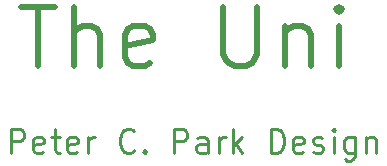
<source format=gto>
G04 #@! TF.GenerationSoftware,KiCad,Pcbnew,(5.99.0-10014-g15e640b5fe)*
G04 #@! TF.CreationDate,2021-03-28T13:55:16-07:00*
G04 #@! TF.ProjectId,unisplit_orthosteno,756e6973-706c-4697-945f-6f7274686f73,rev?*
G04 #@! TF.SameCoordinates,Original*
G04 #@! TF.FileFunction,Legend,Top*
G04 #@! TF.FilePolarity,Positive*
%FSLAX46Y46*%
G04 Gerber Fmt 4.6, Leading zero omitted, Abs format (unit mm)*
G04 Created by KiCad (PCBNEW (5.99.0-10014-g15e640b5fe)) date 2021-03-28 13:55:16*
%MOMM*%
%LPD*%
G01*
G04 APERTURE LIST*
G04 Aperture macros list*
%AMHorizOval*
0 Thick line with rounded ends*
0 $1 width*
0 $2 $3 position (X,Y) of the first rounded end (center of the circle)*
0 $4 $5 position (X,Y) of the second rounded end (center of the circle)*
0 Add line between two ends*
20,1,$1,$2,$3,$4,$5,0*
0 Add two circle primitives to create the rounded ends*
1,1,$1,$2,$3*
1,1,$1,$4,$5*%
G04 Aperture macros list end*
%ADD10C,0.250000*%
%ADD11C,0.500000*%
%ADD12C,1.700000*%
%ADD13C,1.750000*%
%ADD14C,1.200000*%
%ADD15C,3.987800*%
%ADD16HorizOval,2.250000X0.019771X0.290016X-0.019771X-0.290016X0*%
%ADD17C,2.000000*%
%ADD18C,2.250000*%
%ADD19HorizOval,2.250000X0.654995X0.730004X-0.654995X-0.730004X0*%
%ADD20C,2.200000*%
%ADD21C,0.750000*%
%ADD22O,1.100000X2.200000*%
%ADD23O,1.100000X1.700000*%
G04 APERTURE END LIST*
D10*
X126605059Y-128698511D02*
X126605059Y-126698511D01*
X127366964Y-126698511D01*
X127557440Y-126793750D01*
X127652678Y-126888988D01*
X127747916Y-127079464D01*
X127747916Y-127365178D01*
X127652678Y-127555654D01*
X127557440Y-127650892D01*
X127366964Y-127746130D01*
X126605059Y-127746130D01*
X129366964Y-128603273D02*
X129176488Y-128698511D01*
X128795535Y-128698511D01*
X128605059Y-128603273D01*
X128509821Y-128412797D01*
X128509821Y-127650892D01*
X128605059Y-127460416D01*
X128795535Y-127365178D01*
X129176488Y-127365178D01*
X129366964Y-127460416D01*
X129462202Y-127650892D01*
X129462202Y-127841369D01*
X128509821Y-128031845D01*
X130033630Y-127365178D02*
X130795535Y-127365178D01*
X130319345Y-126698511D02*
X130319345Y-128412797D01*
X130414583Y-128603273D01*
X130605059Y-128698511D01*
X130795535Y-128698511D01*
X132224107Y-128603273D02*
X132033630Y-128698511D01*
X131652678Y-128698511D01*
X131462202Y-128603273D01*
X131366964Y-128412797D01*
X131366964Y-127650892D01*
X131462202Y-127460416D01*
X131652678Y-127365178D01*
X132033630Y-127365178D01*
X132224107Y-127460416D01*
X132319345Y-127650892D01*
X132319345Y-127841369D01*
X131366964Y-128031845D01*
X133176488Y-128698511D02*
X133176488Y-127365178D01*
X133176488Y-127746130D02*
X133271726Y-127555654D01*
X133366964Y-127460416D01*
X133557440Y-127365178D01*
X133747916Y-127365178D01*
X137081250Y-128508035D02*
X136986011Y-128603273D01*
X136700297Y-128698511D01*
X136509821Y-128698511D01*
X136224107Y-128603273D01*
X136033630Y-128412797D01*
X135938392Y-128222321D01*
X135843154Y-127841369D01*
X135843154Y-127555654D01*
X135938392Y-127174702D01*
X136033630Y-126984226D01*
X136224107Y-126793750D01*
X136509821Y-126698511D01*
X136700297Y-126698511D01*
X136986011Y-126793750D01*
X137081250Y-126888988D01*
X137938392Y-128508035D02*
X138033630Y-128603273D01*
X137938392Y-128698511D01*
X137843154Y-128603273D01*
X137938392Y-128508035D01*
X137938392Y-128698511D01*
X140414583Y-128698511D02*
X140414583Y-126698511D01*
X141176488Y-126698511D01*
X141366964Y-126793750D01*
X141462202Y-126888988D01*
X141557440Y-127079464D01*
X141557440Y-127365178D01*
X141462202Y-127555654D01*
X141366964Y-127650892D01*
X141176488Y-127746130D01*
X140414583Y-127746130D01*
X143271726Y-128698511D02*
X143271726Y-127650892D01*
X143176488Y-127460416D01*
X142986011Y-127365178D01*
X142605059Y-127365178D01*
X142414583Y-127460416D01*
X143271726Y-128603273D02*
X143081250Y-128698511D01*
X142605059Y-128698511D01*
X142414583Y-128603273D01*
X142319345Y-128412797D01*
X142319345Y-128222321D01*
X142414583Y-128031845D01*
X142605059Y-127936607D01*
X143081250Y-127936607D01*
X143271726Y-127841369D01*
X144224107Y-128698511D02*
X144224107Y-127365178D01*
X144224107Y-127746130D02*
X144319345Y-127555654D01*
X144414583Y-127460416D01*
X144605059Y-127365178D01*
X144795535Y-127365178D01*
X145462202Y-128698511D02*
X145462202Y-126698511D01*
X145652678Y-127936607D02*
X146224107Y-128698511D01*
X146224107Y-127365178D02*
X145462202Y-128127083D01*
X148605059Y-128698511D02*
X148605059Y-126698511D01*
X149081250Y-126698511D01*
X149366964Y-126793750D01*
X149557440Y-126984226D01*
X149652678Y-127174702D01*
X149747916Y-127555654D01*
X149747916Y-127841369D01*
X149652678Y-128222321D01*
X149557440Y-128412797D01*
X149366964Y-128603273D01*
X149081250Y-128698511D01*
X148605059Y-128698511D01*
X151366964Y-128603273D02*
X151176488Y-128698511D01*
X150795535Y-128698511D01*
X150605059Y-128603273D01*
X150509821Y-128412797D01*
X150509821Y-127650892D01*
X150605059Y-127460416D01*
X150795535Y-127365178D01*
X151176488Y-127365178D01*
X151366964Y-127460416D01*
X151462202Y-127650892D01*
X151462202Y-127841369D01*
X150509821Y-128031845D01*
X152224107Y-128603273D02*
X152414583Y-128698511D01*
X152795535Y-128698511D01*
X152986011Y-128603273D01*
X153081250Y-128412797D01*
X153081250Y-128317559D01*
X152986011Y-128127083D01*
X152795535Y-128031845D01*
X152509821Y-128031845D01*
X152319345Y-127936607D01*
X152224107Y-127746130D01*
X152224107Y-127650892D01*
X152319345Y-127460416D01*
X152509821Y-127365178D01*
X152795535Y-127365178D01*
X152986011Y-127460416D01*
X153938392Y-128698511D02*
X153938392Y-127365178D01*
X153938392Y-126698511D02*
X153843154Y-126793750D01*
X153938392Y-126888988D01*
X154033630Y-126793750D01*
X153938392Y-126698511D01*
X153938392Y-126888988D01*
X155747916Y-127365178D02*
X155747916Y-128984226D01*
X155652678Y-129174702D01*
X155557440Y-129269940D01*
X155366964Y-129365178D01*
X155081250Y-129365178D01*
X154890773Y-129269940D01*
X155747916Y-128603273D02*
X155557440Y-128698511D01*
X155176488Y-128698511D01*
X154986011Y-128603273D01*
X154890773Y-128508035D01*
X154795535Y-128317559D01*
X154795535Y-127746130D01*
X154890773Y-127555654D01*
X154986011Y-127460416D01*
X155176488Y-127365178D01*
X155557440Y-127365178D01*
X155747916Y-127460416D01*
X156700297Y-127365178D02*
X156700297Y-128698511D01*
X156700297Y-127555654D02*
X156795535Y-127460416D01*
X156986011Y-127365178D01*
X157271726Y-127365178D01*
X157462202Y-127460416D01*
X157557440Y-127650892D01*
X157557440Y-128698511D01*
D11*
X127477976Y-116324404D02*
X130335119Y-116324404D01*
X128906547Y-121324404D02*
X128906547Y-116324404D01*
X132001785Y-121324404D02*
X132001785Y-116324404D01*
X134144642Y-121324404D02*
X134144642Y-118705357D01*
X133906547Y-118229166D01*
X133430357Y-117991071D01*
X132716071Y-117991071D01*
X132239880Y-118229166D01*
X132001785Y-118467261D01*
X138430357Y-121086309D02*
X137954166Y-121324404D01*
X137001785Y-121324404D01*
X136525595Y-121086309D01*
X136287500Y-120610119D01*
X136287500Y-118705357D01*
X136525595Y-118229166D01*
X137001785Y-117991071D01*
X137954166Y-117991071D01*
X138430357Y-118229166D01*
X138668452Y-118705357D01*
X138668452Y-119181547D01*
X136287500Y-119657738D01*
X144620833Y-116324404D02*
X144620833Y-120372023D01*
X144858928Y-120848214D01*
X145097023Y-121086309D01*
X145573214Y-121324404D01*
X146525595Y-121324404D01*
X147001785Y-121086309D01*
X147239880Y-120848214D01*
X147477976Y-120372023D01*
X147477976Y-116324404D01*
X149858928Y-117991071D02*
X149858928Y-121324404D01*
X149858928Y-118467261D02*
X150097023Y-118229166D01*
X150573214Y-117991071D01*
X151287500Y-117991071D01*
X151763690Y-118229166D01*
X152001785Y-118705357D01*
X152001785Y-121324404D01*
X154382738Y-121324404D02*
X154382738Y-117991071D01*
X154382738Y-116324404D02*
X154144642Y-116562500D01*
X154382738Y-116800595D01*
X154620833Y-116562500D01*
X154382738Y-116324404D01*
X154382738Y-116800595D01*
%LPC*%
D12*
X42806250Y-69850000D03*
D13*
X42386250Y-69850000D03*
D14*
X32086250Y-74050000D03*
D13*
X32226250Y-69850000D03*
D15*
X37306250Y-69850000D03*
D12*
X31806250Y-69850000D03*
D16*
X39826021Y-65059984D03*
D17*
X42306250Y-66050000D03*
D18*
X39846250Y-64770000D03*
D17*
X37306250Y-63950000D03*
D19*
X34151245Y-66579996D03*
D18*
X34806250Y-65850000D03*
D12*
X61856250Y-69850000D03*
D15*
X56356250Y-69850000D03*
D14*
X51136250Y-74050000D03*
D12*
X50856250Y-69850000D03*
D13*
X51276250Y-69850000D03*
X61436250Y-69850000D03*
D16*
X58876021Y-65059984D03*
D17*
X61356250Y-66050000D03*
D18*
X58896250Y-64770000D03*
X53856250Y-65850000D03*
D19*
X53201245Y-66579996D03*
D17*
X56356250Y-63950000D03*
D13*
X80486250Y-69850000D03*
D14*
X70186250Y-74050000D03*
D15*
X75406250Y-69850000D03*
D12*
X69906250Y-69850000D03*
X80906250Y-69850000D03*
D13*
X70326250Y-69850000D03*
D18*
X77946250Y-64770000D03*
D16*
X77926021Y-65059984D03*
D17*
X80406250Y-66050000D03*
X75406250Y-63950000D03*
D18*
X72906250Y-65850000D03*
D19*
X72251245Y-66579996D03*
D12*
X99956250Y-69850000D03*
D13*
X89376250Y-69850000D03*
D12*
X88956250Y-69850000D03*
D14*
X89236250Y-74050000D03*
D15*
X94456250Y-69850000D03*
D13*
X99536250Y-69850000D03*
D16*
X96976021Y-65059984D03*
D17*
X99456250Y-66050000D03*
D18*
X96996250Y-64770000D03*
X91956250Y-65850000D03*
D17*
X94456250Y-63950000D03*
D19*
X91301245Y-66579996D03*
D14*
X108286250Y-74050000D03*
D12*
X108006250Y-69850000D03*
D15*
X113506250Y-69850000D03*
D12*
X119006250Y-69850000D03*
D13*
X118586250Y-69850000D03*
X108426250Y-69850000D03*
D17*
X118506250Y-66050000D03*
D16*
X116026021Y-65059984D03*
D18*
X116046250Y-64770000D03*
D19*
X110351245Y-66579996D03*
D18*
X111006250Y-65850000D03*
D17*
X113506250Y-63950000D03*
D12*
X165156250Y-69850000D03*
D13*
X165576250Y-69850000D03*
D12*
X176156250Y-69850000D03*
D15*
X170656250Y-69850000D03*
D14*
X165436250Y-74050000D03*
D13*
X175736250Y-69850000D03*
D18*
X173196250Y-64770000D03*
D16*
X173176021Y-65059984D03*
D17*
X175656250Y-66050000D03*
D19*
X167501245Y-66579996D03*
D17*
X170656250Y-63950000D03*
D18*
X168156250Y-65850000D03*
D13*
X184626250Y-69850000D03*
X194786250Y-69850000D03*
D14*
X184486250Y-74050000D03*
D12*
X184206250Y-69850000D03*
D15*
X189706250Y-69850000D03*
D12*
X195206250Y-69850000D03*
D16*
X192226021Y-65059984D03*
D17*
X194706250Y-66050000D03*
D18*
X192246250Y-64770000D03*
X187206250Y-65850000D03*
D17*
X189706250Y-63950000D03*
D19*
X186551245Y-66579996D03*
D14*
X203536250Y-74050000D03*
D15*
X208756250Y-69850000D03*
D13*
X203676250Y-69850000D03*
D12*
X203256250Y-69850000D03*
D13*
X213836250Y-69850000D03*
D12*
X214256250Y-69850000D03*
D17*
X213756250Y-66050000D03*
D16*
X211276021Y-65059984D03*
D18*
X211296250Y-64770000D03*
D19*
X205601245Y-66579996D03*
D17*
X208756250Y-63950000D03*
D18*
X206256250Y-65850000D03*
D15*
X227806250Y-69850000D03*
D12*
X222306250Y-69850000D03*
X233306250Y-69850000D03*
D14*
X222586250Y-74050000D03*
D13*
X232886250Y-69850000D03*
X222726250Y-69850000D03*
D18*
X230346250Y-64770000D03*
D16*
X230326021Y-65059984D03*
D17*
X232806250Y-66050000D03*
X227806250Y-63950000D03*
D18*
X225306250Y-65850000D03*
D19*
X224651245Y-66579996D03*
D13*
X241776250Y-69850000D03*
D12*
X252356250Y-69850000D03*
D13*
X251936250Y-69850000D03*
D14*
X241636250Y-74050000D03*
D15*
X246856250Y-69850000D03*
D12*
X241356250Y-69850000D03*
D17*
X251856250Y-66050000D03*
D16*
X249376021Y-65059984D03*
D18*
X249396250Y-64770000D03*
X244356250Y-65850000D03*
D19*
X243701245Y-66579996D03*
D17*
X246856250Y-63950000D03*
D12*
X271406250Y-69850000D03*
D13*
X270986250Y-69850000D03*
D14*
X260686250Y-74050000D03*
D12*
X260406250Y-69850000D03*
D15*
X265906250Y-69850000D03*
D13*
X260826250Y-69850000D03*
D16*
X268426021Y-65059984D03*
D18*
X268446250Y-64770000D03*
D17*
X270906250Y-66050000D03*
D18*
X263406250Y-65850000D03*
D19*
X262751245Y-66579996D03*
D17*
X265906250Y-63950000D03*
D13*
X32226250Y-88900000D03*
D12*
X42806250Y-88900000D03*
X31806250Y-88900000D03*
D15*
X37306250Y-88900000D03*
D14*
X32086250Y-93100000D03*
D13*
X42386250Y-88900000D03*
D18*
X39846250Y-83820000D03*
D17*
X42306250Y-85100000D03*
D16*
X39826021Y-84109984D03*
D19*
X34151245Y-85629996D03*
D18*
X34806250Y-84900000D03*
D17*
X37306250Y-83000000D03*
D13*
X51276250Y-88900000D03*
X61436250Y-88900000D03*
D15*
X56356250Y-88900000D03*
D12*
X50856250Y-88900000D03*
X61856250Y-88900000D03*
D14*
X51136250Y-93100000D03*
D16*
X58876021Y-84109984D03*
D18*
X58896250Y-83820000D03*
D17*
X61356250Y-85100000D03*
X56356250Y-83000000D03*
D19*
X53201245Y-85629996D03*
D18*
X53856250Y-84900000D03*
D13*
X70326250Y-88900000D03*
X80486250Y-88900000D03*
D12*
X80906250Y-88900000D03*
X69906250Y-88900000D03*
D14*
X70186250Y-93100000D03*
D15*
X75406250Y-88900000D03*
D18*
X77946250Y-83820000D03*
D17*
X80406250Y-85100000D03*
D16*
X77926021Y-84109984D03*
D17*
X75406250Y-83000000D03*
D18*
X72906250Y-84900000D03*
D19*
X72251245Y-85629996D03*
D12*
X88956250Y-88900000D03*
D15*
X94456250Y-88900000D03*
D12*
X99956250Y-88900000D03*
D13*
X89376250Y-88900000D03*
D14*
X89236250Y-93100000D03*
D13*
X99536250Y-88900000D03*
D16*
X96976021Y-84109984D03*
D18*
X96996250Y-83820000D03*
D17*
X99456250Y-85100000D03*
D18*
X91956250Y-84900000D03*
D19*
X91301245Y-85629996D03*
D17*
X94456250Y-83000000D03*
D12*
X119006250Y-88900000D03*
D14*
X108286250Y-93100000D03*
D13*
X118586250Y-88900000D03*
X108426250Y-88900000D03*
D12*
X108006250Y-88900000D03*
D15*
X113506250Y-88900000D03*
D18*
X116046250Y-83820000D03*
D16*
X116026021Y-84109984D03*
D17*
X118506250Y-85100000D03*
D18*
X111006250Y-84900000D03*
D19*
X110351245Y-85629996D03*
D17*
X113506250Y-83000000D03*
D12*
X165156250Y-88900000D03*
D14*
X165436250Y-93100000D03*
D12*
X176156250Y-88900000D03*
D13*
X175736250Y-88900000D03*
X165576250Y-88900000D03*
D15*
X170656250Y-88900000D03*
D18*
X173196250Y-83820000D03*
D16*
X173176021Y-84109984D03*
D17*
X175656250Y-85100000D03*
D18*
X168156250Y-84900000D03*
D17*
X170656250Y-83000000D03*
D19*
X167501245Y-85629996D03*
D14*
X184486250Y-93100000D03*
D15*
X189706250Y-88900000D03*
D13*
X194786250Y-88900000D03*
D12*
X195206250Y-88900000D03*
D13*
X184626250Y-88900000D03*
D12*
X184206250Y-88900000D03*
D17*
X194706250Y-85100000D03*
D18*
X192246250Y-83820000D03*
D16*
X192226021Y-84109984D03*
D18*
X187206250Y-84900000D03*
D19*
X186551245Y-85629996D03*
D17*
X189706250Y-83000000D03*
D13*
X203676250Y-88900000D03*
D12*
X203256250Y-88900000D03*
D14*
X203536250Y-93100000D03*
D15*
X208756250Y-88900000D03*
D12*
X214256250Y-88900000D03*
D13*
X213836250Y-88900000D03*
D18*
X211296250Y-83820000D03*
D16*
X211276021Y-84109984D03*
D17*
X213756250Y-85100000D03*
X208756250Y-83000000D03*
D19*
X205601245Y-85629996D03*
D18*
X206256250Y-84900000D03*
D12*
X233306250Y-88900000D03*
D15*
X227806250Y-88900000D03*
D12*
X222306250Y-88900000D03*
D13*
X232886250Y-88900000D03*
X222726250Y-88900000D03*
D14*
X222586250Y-93100000D03*
D17*
X232806250Y-85100000D03*
D18*
X230346250Y-83820000D03*
D16*
X230326021Y-84109984D03*
D17*
X227806250Y-83000000D03*
D19*
X224651245Y-85629996D03*
D18*
X225306250Y-84900000D03*
D15*
X246856250Y-88900000D03*
D12*
X252356250Y-88900000D03*
D14*
X241636250Y-93100000D03*
D13*
X251936250Y-88900000D03*
X241776250Y-88900000D03*
D12*
X241356250Y-88900000D03*
D18*
X249396250Y-83820000D03*
D16*
X249376021Y-84109984D03*
D17*
X251856250Y-85100000D03*
D19*
X243701245Y-85629996D03*
D18*
X244356250Y-84900000D03*
D17*
X246856250Y-83000000D03*
D13*
X260826250Y-88900000D03*
D14*
X260686250Y-93100000D03*
D13*
X270986250Y-88900000D03*
D15*
X265906250Y-88900000D03*
D12*
X260406250Y-88900000D03*
X271406250Y-88900000D03*
D18*
X268446250Y-83820000D03*
D17*
X270906250Y-85100000D03*
D16*
X268426021Y-84109984D03*
D18*
X263406250Y-84900000D03*
D17*
X265906250Y-83000000D03*
D19*
X262751245Y-85629996D03*
D13*
X70326250Y-127000000D03*
D12*
X69906250Y-127000000D03*
D15*
X75406250Y-127000000D03*
D12*
X80906250Y-127000000D03*
D13*
X80486250Y-127000000D03*
D14*
X70186250Y-131200000D03*
D16*
X77926021Y-122209984D03*
D18*
X77946250Y-121920000D03*
D17*
X80406250Y-123200000D03*
D18*
X72906250Y-123000000D03*
D19*
X72251245Y-123729996D03*
D17*
X75406250Y-121100000D03*
D13*
X89376250Y-127000000D03*
X99536250Y-127000000D03*
D14*
X89236250Y-131200000D03*
D15*
X94456250Y-127000000D03*
D12*
X88956250Y-127000000D03*
X99956250Y-127000000D03*
D17*
X99456250Y-123200000D03*
D16*
X96976021Y-122209984D03*
D18*
X96996250Y-121920000D03*
D19*
X91301245Y-123729996D03*
D17*
X94456250Y-121100000D03*
D18*
X91956250Y-123000000D03*
D15*
X170656250Y-127000000D03*
D14*
X165436250Y-131200000D03*
D12*
X176156250Y-127000000D03*
D13*
X175736250Y-127000000D03*
D12*
X165156250Y-127000000D03*
D13*
X165576250Y-127000000D03*
D17*
X175656250Y-123200000D03*
D18*
X173196250Y-121920000D03*
D16*
X173176021Y-122209984D03*
D17*
X170656250Y-121100000D03*
D19*
X167501245Y-123729996D03*
D18*
X168156250Y-123000000D03*
D14*
X184486250Y-131200000D03*
D15*
X189706250Y-127000000D03*
D12*
X184206250Y-127000000D03*
X195206250Y-127000000D03*
D13*
X184626250Y-127000000D03*
X194786250Y-127000000D03*
D17*
X194706250Y-123200000D03*
D16*
X192226021Y-122209984D03*
D18*
X192246250Y-121920000D03*
D17*
X189706250Y-121100000D03*
D19*
X186551245Y-123729996D03*
D18*
X187206250Y-123000000D03*
D13*
X118586250Y-127000000D03*
D15*
X113506250Y-127000000D03*
D12*
X108006250Y-127000000D03*
D14*
X108286250Y-131200000D03*
D13*
X108426250Y-127000000D03*
D12*
X119006250Y-127000000D03*
D16*
X116026021Y-122209984D03*
D17*
X118506250Y-123200000D03*
D18*
X116046250Y-121920000D03*
D19*
X110351245Y-123729996D03*
D17*
X113506250Y-121100000D03*
D18*
X111006250Y-123000000D03*
D14*
X203536250Y-131200000D03*
D15*
X208756250Y-127000000D03*
D13*
X213836250Y-127000000D03*
D12*
X203256250Y-127000000D03*
D13*
X203676250Y-127000000D03*
D12*
X214256250Y-127000000D03*
D18*
X211296250Y-121920000D03*
D16*
X211276021Y-122209984D03*
D17*
X213756250Y-123200000D03*
D18*
X206256250Y-123000000D03*
D17*
X208756250Y-121100000D03*
D19*
X205601245Y-123729996D03*
D20*
X46831250Y-79375000D03*
X103981250Y-79375000D03*
X84931250Y-127000000D03*
X199231250Y-127000000D03*
X180181250Y-79375000D03*
X256381250Y-79375000D03*
D21*
X144971250Y-67175000D03*
X139191250Y-67175000D03*
D22*
X146401250Y-67705000D03*
X137761250Y-67705000D03*
D23*
X137761250Y-63525000D03*
X146401250Y-63525000D03*
M02*

</source>
